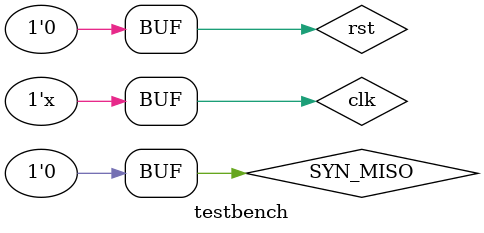
<source format=v>
`timescale 1ns / 1ps

`define BUF_WIDTH 8
`define ENTRIES 512

module testbench();

    reg         clk = 0, rst;
    
    wire [3:0]  led;
    wire [3:0]  sw;
    wire [2:0]  BTN;
    wire [3:0]  rgb_grn;

    reg         SYN_MISO = 0;
    wire        SYN_MOSI;
    wire        SYN_SCLK;
    wire        DDS_SSN;
    wire        RSYN_SSN;
    wire        MSYN_SSN;
    wire        FR_SSN;
    wire        MBW_SSN;

    wire        gp107;
    wire        gp106;
    wire        gp105;
    wire        gp104;
    wire        gp103;
    wire        gp102;
    wire        gp101;
    wire        gp100;
    wire        uart_txd;
    wire        uart_rxd;

    top main(.CLK(clk),
            .RST(rst),
            .LED(led),

            .SYN_MISO(SYN_MISO),
            .SYN_MOSI(SYN_MOSI),
            .SYN_SCLK(SYN_SCLK),

            .DDS_SSN(DDS_SSN),
            .RSYN_SSN(RSYN_SSN),
            .MSYN_SSN(MSYN_SSN),
            .FR_SSN(FR_SSN),
            .MBW_SSN(MBW_SSN),

            // Coop's debugger uart module!
            .SW(sw),               // ARTY slide switches.
            .btn(BTN),              // ARTY pushbuttons (Using BTN[3] as external reset).
            .RGB_GRN(rgb_grn),          // ARTY regular LEDs               (ARTY LD7 - LD4).
            .JD_GPIO7(gp107),         // JD is farthest PMod from USB, Ethernet, Power barrel end of ARTY
            .JD_GPIO6(gp106),
            .JD_GPIO5(gp105),
            .JD_GPIO4(gp104),
            .JD_GPIO3(gp103),
            .JD_GPIO2(gp102),
            .JD_GPIO1(gp101),
            .JD_GPIO0(gp100),
            .UART_TXD(uart_txd),         // ARTY USB-SerialBridge ---> FPGA (Not JTAG).
            .UART_RXD(uart_rxd)          // ARTY USB-SerialBridge <--- FPGA (Not JTAG).
            );

    initial
    begin
        clk = 0;
        rst = 1;
        #15 rst = 0;
    end

    // let it rip...
    always
        begin
            #5 clk = ~clk;
        end

endmodule
</source>
